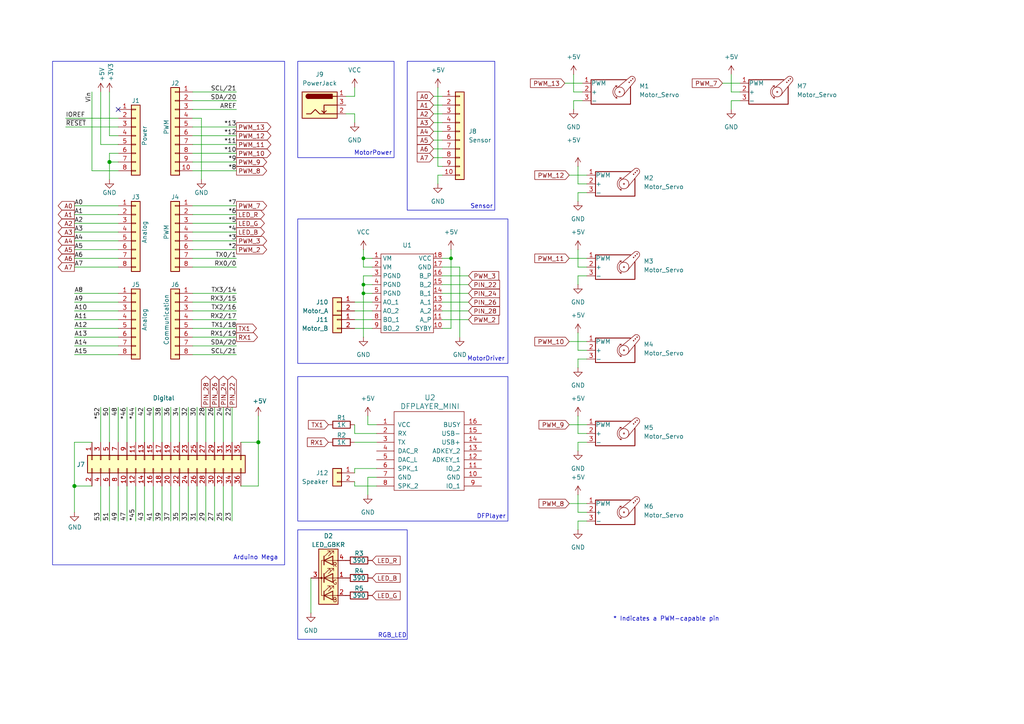
<source format=kicad_sch>
(kicad_sch (version 20231120) (generator "eeschema") (generator_version "8.0")
  (paper "A4")
  (title_block (date "mar. 31 mars 2015"))
  (lib_symbols
    (symbol "+5V_1" (power) (pin_numbers hide) (pin_names (offset 0) hide)
      (property "Value" "+5V" (at 0 3.556 0))
      (symbol "+5V_1_1_1"
        (pin power_in line (at 0 0 90) (length 0) (name "~") (number "1"))
      )
    )
    (symbol "+5V_2" (power) (pin_numbers hide) (pin_names (offset 0) hide)
      (property "Value" "+5V" (at 0 3.556 0))
      (symbol "+5V_2_1_1"
        (pin power_in line (at 0 0 90) (length 0) (name "~") (number "1"))
      )
    )
    (symbol "+5V_3" (power) (pin_numbers hide) (pin_names (offset 0) hide)
      (property "Value" "+5V" (at 0 3.556 0))
      (symbol "+5V_3_1_1"
        (pin power_in line (at 0 0 90) (length 0) (name "~") (number "1"))
      )
    )
    (symbol "+5V_4" (power) (pin_numbers hide) (pin_names (offset 0) hide)
      (property "Value" "+5V" (at 0 3.556 0))
      (symbol "+5V_4_1_1"
        (pin power_in line (at 0 0 90) (length 0) (name "~") (number "1"))
      )
    )
    (symbol "Connector:Barrel_Jack_Switch" (pin_names hide)
      (property "Reference" "J" (at 0 5.334 0))
      (property "Value" "Barrel_Jack_Switch" (at 0 -5.08 0))
      (symbol "Barrel_Jack_Switch_1_1"
        (pin passive line (at 7.62 2.54 180) (length 2.54) (name "~") (number "1"))
        (pin passive line (at 7.62 -2.54 180) (length 2.54) (name "~") (number "2"))
        (pin passive line (at 7.62 0 180) (length 2.54) (name "~") (number "3"))
      )
    )
    (symbol "Connector_Generic:Conn_01x02" (pin_names (offset 1.016) hide)
      (property "Reference" "J" (at 0 2.54 0))
      (property "Value" "Conn_01x02" (at 0 -5.08 0))
      (symbol "Conn_01x02_1_1"
        (pin passive line (at -5.08 0 0) (length 3.81) (name "Pin_1") (number "1"))
        (pin passive line (at -5.08 -2.54 0) (length 3.81) (name "Pin_2") (number "2"))
      )
    )
    (symbol "Connector_Generic:Conn_01x08" (pin_names (offset 1.016) hide)
      (property "Reference" "J" (at 0 10.16 0))
      (property "Value" "Conn_01x08" (at 0 -12.7 0))
      (symbol "Conn_01x08_1_1"
        (pin passive line (at -5.08 7.62 0) (length 3.81) (name "Pin_1") (number "1"))
        (pin passive line (at -5.08 5.08 0) (length 3.81) (name "Pin_2") (number "2"))
        (pin passive line (at -5.08 2.54 0) (length 3.81) (name "Pin_3") (number "3"))
        (pin passive line (at -5.08 0 0) (length 3.81) (name "Pin_4") (number "4"))
        (pin passive line (at -5.08 -2.54 0) (length 3.81) (name "Pin_5") (number "5"))
        (pin passive line (at -5.08 -5.08 0) (length 3.81) (name "Pin_6") (number "6"))
        (pin passive line (at -5.08 -7.62 0) (length 3.81) (name "Pin_7") (number "7"))
        (pin passive line (at -5.08 -10.16 0) (length 3.81) (name "Pin_8") (number "8"))
      )
    )
    (symbol "Connector_Generic:Conn_01x10" (pin_names (offset 1.016) hide)
      (property "Reference" "J" (at 0 12.7 0))
      (property "Value" "Conn_01x10" (at 0 -15.24 0))
      (symbol "Conn_01x10_1_1"
        (pin passive line (at -5.08 10.16 0) (length 3.81) (name "Pin_1") (number "1"))
        (pin passive line (at -5.08 -12.7 0) (length 3.81) (name "Pin_10") (number "10"))
        (pin passive line (at -5.08 7.62 0) (length 3.81) (name "Pin_2") (number "2"))
        (pin passive line (at -5.08 5.08 0) (length 3.81) (name "Pin_3") (number "3"))
        (pin passive line (at -5.08 2.54 0) (length 3.81) (name "Pin_4") (number "4"))
        (pin passive line (at -5.08 0 0) (length 3.81) (name "Pin_5") (number "5"))
        (pin passive line (at -5.08 -2.54 0) (length 3.81) (name "Pin_6") (number "6"))
        (pin passive line (at -5.08 -5.08 0) (length 3.81) (name "Pin_7") (number "7"))
        (pin passive line (at -5.08 -7.62 0) (length 3.81) (name "Pin_8") (number "8"))
        (pin passive line (at -5.08 -10.16 0) (length 3.81) (name "Pin_9") (number "9"))
      )
    )
    (symbol "Connector_Generic:Conn_02x18_Odd_Even" (pin_names (offset 1.016) hide)
      (property "Reference" "J" (at 1.27 22.86 0))
      (property "Value" "Conn_02x18_Odd_Even" (at 1.27 -25.4 0))
      (symbol "Conn_02x18_Odd_Even_1_1"
        (pin passive line (at -5.08 20.32 0) (length 3.81) (name "Pin_1") (number "1"))
        (pin passive line (at 7.62 10.16 180) (length 3.81) (name "Pin_10") (number "10"))
        (pin passive line (at -5.08 7.62 0) (length 3.81) (name "Pin_11") (number "11"))
        (pin passive line (at 7.62 7.62 180) (length 3.81) (name "Pin_12") (number "12"))
        (pin passive line (at -5.08 5.08 0) (length 3.81) (name "Pin_13") (number "13"))
        (pin passive line (at 7.62 5.08 180) (length 3.81) (name "Pin_14") (number "14"))
        (pin passive line (at -5.08 2.54 0) (length 3.81) (name "Pin_15") (number "15"))
        (pin passive line (at 7.62 2.54 180) (length 3.81) (name "Pin_16") (number "16"))
        (pin passive line (at -5.08 0 0) (length 3.81) (name "Pin_17") (number "17"))
        (pin passive line (at 7.62 0 180) (length 3.81) (name "Pin_18") (number "18"))
        (pin passive line (at -5.08 -2.54 0) (length 3.81) (name "Pin_19") (number "19"))
        (pin passive line (at 7.62 20.32 180) (length 3.81) (name "Pin_2") (number "2"))
        (pin passive line (at 7.62 -2.54 180) (length 3.81) (name "Pin_20") (number "20"))
        (pin passive line (at -5.08 -5.08 0) (length 3.81) (name "Pin_21") (number "21"))
        (pin passive line (at 7.62 -5.08 180) (length 3.81) (name "Pin_22") (number "22"))
        (pin passive line (at -5.08 -7.62 0) (length 3.81) (name "Pin_23") (number "23"))
        (pin passive line (at 7.62 -7.62 180) (length 3.81) (name "Pin_24") (number "24"))
        (pin passive line (at -5.08 -10.16 0) (length 3.81) (name "Pin_25") (number "25"))
        (pin passive line (at 7.62 -10.16 180) (length 3.81) (name "Pin_26") (number "26"))
        (pin passive line (at -5.08 -12.7 0) (length 3.81) (name "Pin_27") (number "27"))
        (pin passive line (at 7.62 -12.7 180) (length 3.81) (name "Pin_28") (number "28"))
        (pin passive line (at -5.08 -15.24 0) (length 3.81) (name "Pin_29") (number "29"))
        (pin passive line (at -5.08 17.78 0) (length 3.81) (name "Pin_3") (number "3"))
        (pin passive line (at 7.62 -15.24 180) (length 3.81) (name "Pin_30") (number "30"))
        (pin passive line (at -5.08 -17.78 0) (length 3.81) (name "Pin_31") (number "31"))
        (pin passive line (at 7.62 -17.78 180) (length 3.81) (name "Pin_32") (number "32"))
        (pin passive line (at -5.08 -20.32 0) (length 3.81) (name "Pin_33") (number "33"))
        (pin passive line (at 7.62 -20.32 180) (length 3.81) (name "Pin_34") (number "34"))
        (pin passive line (at -5.08 -22.86 0) (length 3.81) (name "Pin_35") (number "35"))
        (pin passive line (at 7.62 -22.86 180) (length 3.81) (name "Pin_36") (number "36"))
        (pin passive line (at 7.62 17.78 180) (length 3.81) (name "Pin_4") (number "4"))
        (pin passive line (at -5.08 15.24 0) (length 3.81) (name "Pin_5") (number "5"))
        (pin passive line (at 7.62 15.24 180) (length 3.81) (name "Pin_6") (number "6"))
        (pin passive line (at -5.08 12.7 0) (length 3.81) (name "Pin_7") (number "7"))
        (pin passive line (at 7.62 12.7 180) (length 3.81) (name "Pin_8") (number "8"))
        (pin passive line (at -5.08 10.16 0) (length 3.81) (name "Pin_9") (number "9"))
      )
    )
    (symbol "Device:LED_GBKR" (pin_names (offset 0) hide)
      (property "Reference" "D" (at 0 9.398 0))
      (property "Value" "LED_GBKR" (at 0 -8.89 0))
      (symbol "LED_GBKR_0_0"
        (text "B" (at 1.905 -6.35 0) (effects (font (size 1.27 1.27))))
        (text "G" (at 1.905 -1.27 0) (effects (font (size 1.27 1.27))))
        (text "R" (at 1.905 3.81 0) (effects (font (size 1.27 1.27))))
      )
      (symbol "LED_GBKR_1_1"
        (pin passive line (at 5.08 0 180) (length 2.54) (name "GA") (number "1"))
        (pin passive line (at 5.08 -5.08 180) (length 2.54) (name "BA") (number "2"))
        (pin passive line (at -5.08 0 0) (length 2.54) (name "K") (number "3"))
        (pin passive line (at 5.08 5.08 180) (length 2.54) (name "RA") (number "4"))
      )
    )
    (symbol "Device:R" (pin_numbers hide) (pin_names (offset 0))
      (property "Reference" "R" (at 2.032 0 90))
      (property "Value" "R" (at 0 0 90))
      (symbol "R_1_1"
        (pin passive line (at 0 3.81 270) (length 1.27) (name "~") (number "1"))
        (pin passive line (at 0 -3.81 90) (length 1.27) (name "~") (number "2"))
      )
    )
    (symbol "GND_1" (power) (pin_numbers hide) (pin_names (offset 0) hide)
      (property "Value" "GND" (at 0 -3.81 0))
      (symbol "GND_1_1_1"
        (pin power_in line (at 0 0 270) (length 0) (name "~") (number "1"))
      )
    )
    (symbol "GND_2" (power) (pin_numbers hide) (pin_names (offset 0) hide)
      (property "Value" "GND" (at 0 -3.81 0))
      (symbol "GND_2_1_1"
        (pin power_in line (at 0 0 270) (length 0) (name "~") (number "1"))
      )
    )
    (symbol "GND_3" (power) (pin_numbers hide) (pin_names (offset 0) hide)
      (property "Value" "GND" (at 0 -3.81 0))
      (symbol "GND_3_1_1"
        (pin power_in line (at 0 0 270) (length 0) (name "~") (number "1"))
      )
    )
    (symbol "GND_4" (power) (pin_numbers hide) (pin_names (offset 0) hide)
      (property "Value" "GND" (at 0 -3.81 0))
      (symbol "GND_4_1_1"
        (pin power_in line (at 0 0 270) (length 0) (name "~") (number "1"))
      )
    )
    (symbol "GND_5" (power) (pin_numbers hide) (pin_names (offset 0) hide)
      (property "Value" "GND" (at 0 -3.81 0))
      (symbol "GND_5_1_1"
        (pin power_in line (at 0 0 270) (length 0) (name "~") (number "1"))
      )
    )
    (symbol "GND_6" (power) (pin_numbers hide) (pin_names (offset 0) hide)
      (property "Value" "GND" (at 0 -3.81 0))
      (symbol "GND_6_1_1"
        (pin power_in line (at 0 0 270) (length 0) (name "~") (number "1"))
      )
    )
    (symbol "Motor:Motor_Servo" (pin_names (offset 0.0254))
      (property "Reference" "M" (at -5.08 4.445 0))
      (property "Value" "Motor_Servo" (at -5.08 -4.064 0))
      (symbol "Motor_Servo_1_1"
        (pin passive line (at -7.62 2.54 0) (length 2.54) (name "PWM") (number "1"))
        (pin passive line (at -7.62 0 0) (length 2.54) (name "+") (number "2"))
        (pin passive line (at -7.62 -2.54 0) (length 2.54) (name "-") (number "3"))
      )
    )
    (symbol "MotorDriver:TB6612"
      (property "Reference" "U" (at 0 0 0))
      (symbol "TB6612_1_1"
        (pin power_in line (at -10.16 8.89 0) (length 2.54) (name "VM") (number "1"))
        (pin input line (at 10.16 -11.43 180) (length 2.54) (name "SYBY") (number "10"))
        (pin input line (at 10.16 -8.89 180) (length 2.54) (name "A_P") (number "11"))
        (pin input line (at 10.16 -6.35 180) (length 2.54) (name "A_2") (number "12"))
        (pin input line (at 10.16 -3.81 180) (length 2.54) (name "A_1") (number "13"))
        (pin input line (at 10.16 -1.27 180) (length 2.54) (name "B_1") (number "14"))
        (pin input line (at 10.16 1.27 180) (length 2.54) (name "B_2") (number "15"))
        (pin input line (at 10.16 3.81 180) (length 2.54) (name "B_P") (number "16"))
        (pin passive line (at 10.16 6.35 180) (length 2.54) (name "GND") (number "17"))
        (pin power_in line (at 10.16 8.89 180) (length 2.54) (name "VCC") (number "18"))
        (pin power_in line (at -10.16 6.35 0) (length 2.54) (name "VM") (number "2"))
        (pin passive line (at -10.16 3.81 0) (length 2.54) (name "PGND") (number "3"))
        (pin passive line (at -10.16 1.27 0) (length 2.54) (name "PGND") (number "4"))
        (pin passive line (at -10.16 -1.27 0) (length 2.54) (name "PGND") (number "5"))
        (pin output line (at -10.16 -3.81 0) (length 2.54) (name "AO_1") (number "6"))
        (pin output line (at -10.16 -6.35 0) (length 2.54) (name "AO_2") (number "7"))
        (pin output line (at -10.16 -8.89 0) (length 2.54) (name "BO_1") (number "8"))
        (pin output line (at -10.16 -11.43 0) (length 2.54) (name "BO_2") (number "9"))
      )
    )
    (symbol "VCC_1" (power) (pin_numbers hide) (pin_names (offset 0) hide)
      (property "Value" "VCC" (at 0 3.556 0))
      (symbol "VCC_1_1_1"
        (pin power_in line (at 0 0 90) (length 0) (name "~") (number "1"))
      )
    )
    (symbol "power:+3V3" (power) (pin_names (offset 0))
      (property "Value" "+3V3" (at 0 3.556 0))
      (symbol "+3V3_1_1"
        (pin power_in line (at 0 0 90) (length 0) hide (name "+3V3") (number "1"))
      )
    )
    (symbol "power:+5V" (power) (pin_names (offset 0))
      (property "Value" "+5V" (at 0 3.556 0))
      (symbol "+5V_1_1"
        (pin power_in line (at 0 0 90) (length 0) hide (name "+5V") (number "1"))
      )
    )
    (symbol "power:GND" (power) (pin_names (offset 0))
      (property "Value" "GND" (at 0 -3.81 0))
      (symbol "GND_1_1"
        (pin power_in line (at 0 0 270) (length 0) hide (name "GND") (number "1"))
      )
    )
    (symbol "rur:DFPLAYER_MINI" (pin_names (offset 1.016))
      (property "Reference" "U" (at 0 -6.35 0))
      (property "Value" "DFPLAYER_MINI" (at 0 11.43 0))
      (property "Footprint" "自作:DFPlayer_mini" (at 0.254 -11.43 0))
      (symbol "DFPLAYER_MINI_1_1"
        (pin input line (at -15.24 8.89 0) (length 5.08) (name "VCC") (number "1"))
        (pin input line (at 15.24 -6.35 180) (length 5.08) (name "GND") (number "10"))
        (pin input line (at 15.24 -3.81 180) (length 5.08) (name "IO_2") (number "11"))
        (pin input line (at 15.24 -1.27 180) (length 5.08) (name "ADKEY_1") (number "12"))
        (pin input line (at 15.24 1.27 180) (length 5.08) (name "ADKEY_2") (number "13"))
        (pin input line (at 15.24 3.81 180) (length 5.08) (name "USB+") (number "14"))
        (pin input line (at 15.24 6.35 180) (length 5.08) (name "USB-") (number "15"))
        (pin input line (at 15.24 8.89 180) (length 5.08) (name "BUSY") (number "16"))
        (pin input line (at -15.24 6.35 0) (length 5.08) (name "RX") (number "2"))
        (pin input line (at -15.24 3.81 0) (length 5.08) (name "TX") (number "3"))
        (pin input line (at -15.24 1.27 0) (length 5.08) (name "DAC_R") (number "4"))
        (pin input line (at -15.24 -1.27 0) (length 5.08) (name "DAC_L") (number "5"))
        (pin input line (at -15.24 -3.81 0) (length 5.08) (name "SPK_1") (number "6"))
        (pin input line (at -15.24 -6.35 0) (length 5.08) (name "GND") (number "7"))
        (pin input line (at -15.24 -8.89 0) (length 5.08) (name "SPK_2") (number "8"))
        (pin input line (at 15.24 -8.89 180) (length 5.08) (name "IO_1") (number "9"))
      )
    )
  )
  (junction (at 21.59 140.97) (diameter 1.016))
  (junction (at 31.75 46.99) (diameter 1.016))
  (junction (at 105.41 85.09))
  (junction (at 105.41 82.55))
  (junction (at 130.81 74.93))
  (junction (at 105.41 74.93))
  (junction (at 74.93 128.27) (diameter 1.016))
  (no_connect (at 34.29 31.75))
  (wire (pts (xy 55.88 77.47) (xy 68.58 77.47)))
  (wire (pts (xy 105.41 74.93) (xy 107.95 74.93)))
  (wire (pts (xy 167.64 53.34) (xy 167.64 48.26)))
  (wire (pts (xy 21.59 77.47) (xy 34.29 77.47)))
  (wire (pts (xy 55.88 44.45) (xy 68.58 44.45)))
  (wire (pts (xy 44.45 118.11) (xy 44.45 128.27)))
  (wire (pts (xy 102.87 33.02) (xy 100.33 33.02)))
  (wire (pts (xy 102.87 128.27) (xy 109.22 128.27)))
  (wire (pts (xy 170.18 77.47) (xy 167.64 77.47)))
  (wire (pts (xy 128.27 74.93) (xy 130.81 74.93)))
  (wire (pts (xy 133.35 77.47) (xy 133.35 97.79)))
  (wire (pts (xy 55.88 26.67) (xy 68.58 26.67)))
  (wire (pts (xy 170.18 125.73) (xy 167.64 125.73)))
  (wire (pts (xy 46.99 118.11) (xy 46.99 128.27)))
  (wire (pts (xy 105.41 82.55) (xy 107.95 82.55)))
  (wire (pts (xy 102.87 123.19) (xy 102.87 125.73)))
  (wire (pts (xy 74.93 128.27) (xy 74.93 140.97)))
  (wire (pts (xy 26.67 128.27) (xy 21.59 128.27)))
  (wire (pts (xy 106.68 123.19) (xy 109.22 123.19)))
  (wire (pts (xy 167.64 151.13) (xy 170.18 151.13)))
  (wire (pts (xy 55.88 90.17) (xy 68.58 90.17)))
  (wire (pts (xy 31.75 44.45) (xy 31.75 46.99)))
  (wire (pts (xy 49.53 140.97) (xy 49.53 151.13)))
  (wire (pts (xy 21.59 72.39) (xy 34.29 72.39)))
  (wire (pts (xy 102.87 35.56) (xy 102.87 33.02)))
  (wire (pts (xy 54.61 118.11) (xy 54.61 128.27)))
  (wire (pts (xy 31.75 118.11) (xy 31.75 128.27)))
  (wire (pts (xy 67.31 118.11) (xy 67.31 128.27)))
  (wire (pts (xy 167.64 148.59) (xy 167.64 143.51)))
  (wire (pts (xy 125.73 35.56) (xy 128.27 35.56)))
  (wire (pts (xy 130.81 74.93) (xy 130.81 72.39)))
  (wire (pts (xy 31.75 46.99) (xy 31.75 52.07)))
  (wire (pts (xy 105.41 85.09) (xy 107.95 85.09)))
  (wire (pts (xy 105.41 80.01) (xy 105.41 82.55)))
  (wire (pts (xy 62.23 140.97) (xy 62.23 151.13)))
  (wire (pts (xy 31.75 39.37) (xy 34.29 39.37)))
  (wire (pts (xy 41.91 118.11) (xy 41.91 128.27)))
  (wire (pts (xy 102.87 137.16) (xy 102.87 135.89)))
  (wire (pts (xy 29.21 41.91) (xy 34.29 41.91)))
  (wire (pts (xy 127 25.4) (xy 127 48.26)))
  (wire (pts (xy 52.07 140.97) (xy 52.07 151.13)))
  (wire (pts (xy 29.21 26.67) (xy 29.21 41.91)))
  (wire (pts (xy 167.64 58.42) (xy 167.64 55.88)))
  (wire (pts (xy 21.59 102.87) (xy 34.29 102.87)))
  (wire (pts (xy 36.83 140.97) (xy 36.83 151.13)))
  (wire (pts (xy 59.69 140.97) (xy 59.69 151.13)))
  (wire (pts (xy 125.73 38.1) (xy 128.27 38.1)))
  (wire (pts (xy 125.73 27.94) (xy 128.27 27.94)))
  (wire (pts (xy 55.88 36.83) (xy 68.58 36.83)))
  (wire (pts (xy 31.75 26.67) (xy 31.75 39.37)))
  (wire (pts (xy 55.88 59.69) (xy 68.58 59.69)))
  (wire (pts (xy 167.64 55.88) (xy 170.18 55.88)))
  (wire (pts (xy 34.29 59.69) (xy 21.59 59.69)))
  (wire (pts (xy 55.88 39.37) (xy 68.58 39.37)))
  (wire (pts (xy 125.73 45.72) (xy 128.27 45.72)))
  (wire (pts (xy 34.29 100.33) (xy 21.59 100.33)))
  (wire (pts (xy 166.37 29.21) (xy 168.91 29.21)))
  (wire (pts (xy 125.73 30.48) (xy 128.27 30.48)))
  (wire (pts (xy 55.88 62.23) (xy 68.58 62.23)))
  (wire (pts (xy 55.88 97.79) (xy 68.58 97.79)))
  (wire (pts (xy 90.17 167.64) (xy 90.17 177.8)))
  (wire (pts (xy 106.68 120.65) (xy 106.68 123.19)))
  (wire (pts (xy 167.64 125.73) (xy 167.64 120.65)))
  (wire (pts (xy 52.07 118.11) (xy 52.07 128.27)))
  (wire (pts (xy 168.91 26.67) (xy 166.37 26.67)))
  (wire (pts (xy 21.59 128.27) (xy 21.59 140.97)))
  (wire (pts (xy 36.83 118.11) (xy 36.83 128.27)))
  (wire (pts (xy 26.67 140.97) (xy 21.59 140.97)))
  (wire (pts (xy 128.27 90.17) (xy 135.89 90.17)))
  (wire (pts (xy 55.88 46.99) (xy 68.58 46.99)))
  (wire (pts (xy 59.69 118.11) (xy 59.69 128.27)))
  (wire (pts (xy 57.15 118.11) (xy 57.15 128.27)))
  (wire (pts (xy 39.37 140.97) (xy 39.37 151.13)))
  (wire (pts (xy 57.15 140.97) (xy 57.15 151.13)))
  (wire (pts (xy 34.29 140.97) (xy 34.29 151.13)))
  (wire (pts (xy 64.77 118.11) (xy 64.77 128.27)))
  (wire (pts (xy 127 50.8) (xy 128.27 50.8)))
  (wire (pts (xy 214.63 26.67) (xy 212.09 26.67)))
  (wire (pts (xy 55.88 67.31) (xy 68.58 67.31)))
  (wire (pts (xy 44.45 140.97) (xy 44.45 151.13)))
  (wire (pts (xy 102.87 140.97) (xy 109.22 140.97)))
  (wire (pts (xy 125.73 43.18) (xy 128.27 43.18)))
  (wire (pts (xy 102.87 27.94) (xy 100.33 27.94)))
  (wire (pts (xy 212.09 29.21) (xy 214.63 29.21)))
  (wire (pts (xy 102.87 92.71) (xy 107.95 92.71)))
  (wire (pts (xy 39.37 118.11) (xy 39.37 128.27)))
  (wire (pts (xy 19.05 34.29) (xy 34.29 34.29)))
  (wire (pts (xy 212.09 31.75) (xy 212.09 29.21)))
  (wire (pts (xy 106.68 138.43) (xy 106.68 143.51)))
  (wire (pts (xy 105.41 82.55) (xy 105.41 85.09)))
  (wire (pts (xy 165.1 50.8) (xy 170.18 50.8)))
  (wire (pts (xy 55.88 87.63) (xy 68.58 87.63)))
  (wire (pts (xy 74.93 120.65) (xy 74.93 128.27)))
  (wire (pts (xy 128.27 80.01) (xy 135.89 80.01)))
  (wire (pts (xy 165.1 74.93) (xy 170.18 74.93)))
  (wire (pts (xy 128.27 92.71) (xy 135.89 92.71)))
  (wire (pts (xy 58.42 34.29) (xy 58.42 52.07)))
  (wire (pts (xy 55.88 102.87) (xy 68.58 102.87)))
  (wire (pts (xy 127 48.26) (xy 128.27 48.26)))
  (wire (pts (xy 55.88 31.75) (xy 68.58 31.75)))
  (wire (pts (xy 167.64 82.55) (xy 167.64 80.01)))
  (wire (pts (xy 69.85 128.27) (xy 74.93 128.27)))
  (wire (pts (xy 167.64 130.81) (xy 167.64 128.27)))
  (wire (pts (xy 102.87 95.25) (xy 107.95 95.25)))
  (wire (pts (xy 55.88 95.25) (xy 68.58 95.25)))
  (wire (pts (xy 21.59 92.71) (xy 34.29 92.71)))
  (wire (pts (xy 34.29 64.77) (xy 21.59 64.77)))
  (wire (pts (xy 19.05 36.83) (xy 34.29 36.83)))
  (wire (pts (xy 166.37 26.67) (xy 166.37 21.59)))
  (wire (pts (xy 55.88 85.09) (xy 68.58 85.09)))
  (wire (pts (xy 34.29 46.99) (xy 31.75 46.99)))
  (wire (pts (xy 125.73 40.64) (xy 128.27 40.64)))
  (wire (pts (xy 167.64 106.68) (xy 167.64 104.14)))
  (wire (pts (xy 105.41 74.93) (xy 105.41 72.39)))
  (wire (pts (xy 167.64 104.14) (xy 170.18 104.14)))
  (wire (pts (xy 102.87 90.17) (xy 107.95 90.17)))
  (wire (pts (xy 170.18 101.6) (xy 167.64 101.6)))
  (wire (pts (xy 34.29 49.53) (xy 26.67 49.53)))
  (wire (pts (xy 105.41 85.09) (xy 105.41 97.79)))
  (wire (pts (xy 29.21 118.11) (xy 29.21 128.27)))
  (wire (pts (xy 21.59 62.23) (xy 34.29 62.23)))
  (wire (pts (xy 31.75 140.97) (xy 31.75 151.13)))
  (wire (pts (xy 170.18 148.59) (xy 167.64 148.59)))
  (wire (pts (xy 209.55 24.13) (xy 214.63 24.13)))
  (wire (pts (xy 128.27 87.63) (xy 135.89 87.63)))
  (wire (pts (xy 166.37 31.75) (xy 166.37 29.21)))
  (wire (pts (xy 167.64 128.27) (xy 170.18 128.27)))
  (wire (pts (xy 54.61 140.97) (xy 54.61 151.13)))
  (wire (pts (xy 34.29 90.17) (xy 21.59 90.17)))
  (wire (pts (xy 130.81 95.25) (xy 130.81 74.93)))
  (wire (pts (xy 107.95 80.01) (xy 105.41 80.01)))
  (wire (pts (xy 170.18 53.34) (xy 167.64 53.34)))
  (wire (pts (xy 29.21 140.97) (xy 29.21 151.13)))
  (wire (pts (xy 212.09 26.67) (xy 212.09 21.59)))
  (wire (pts (xy 102.87 135.89) (xy 109.22 135.89)))
  (wire (pts (xy 55.88 92.71) (xy 68.58 92.71)))
  (wire (pts (xy 102.87 139.7) (xy 102.87 140.97)))
  (wire (pts (xy 167.64 101.6) (xy 167.64 96.52)))
  (wire (pts (xy 55.88 34.29) (xy 58.42 34.29)))
  (wire (pts (xy 46.99 140.97) (xy 46.99 151.13)))
  (wire (pts (xy 128.27 82.55) (xy 135.89 82.55)))
  (wire (pts (xy 125.73 33.02) (xy 128.27 33.02)))
  (wire (pts (xy 34.29 44.45) (xy 31.75 44.45)))
  (wire (pts (xy 102.87 125.73) (xy 109.22 125.73)))
  (wire (pts (xy 21.59 97.79) (xy 34.29 97.79)))
  (wire (pts (xy 62.23 118.11) (xy 62.23 128.27)))
  (wire (pts (xy 55.88 41.91) (xy 68.58 41.91)))
  (wire (pts (xy 49.53 118.11) (xy 49.53 128.27)))
  (wire (pts (xy 21.59 87.63) (xy 34.29 87.63)))
  (wire (pts (xy 55.88 64.77) (xy 68.58 64.77)))
  (wire (pts (xy 105.41 77.47) (xy 105.41 74.93)))
  (wire (pts (xy 21.59 67.31) (xy 34.29 67.31)))
  (wire (pts (xy 107.95 77.47) (xy 105.41 77.47)))
  (wire (pts (xy 34.29 118.11) (xy 34.29 128.27)))
  (wire (pts (xy 165.1 146.05) (xy 170.18 146.05)))
  (wire (pts (xy 167.64 153.67) (xy 167.64 151.13)))
  (wire (pts (xy 55.88 100.33) (xy 68.58 100.33)))
  (wire (pts (xy 128.27 85.09) (xy 135.89 85.09)))
  (wire (pts (xy 102.87 25.4) (xy 102.87 27.94)))
  (wire (pts (xy 74.93 140.97) (xy 69.85 140.97)))
  (wire (pts (xy 34.29 85.09) (xy 21.59 85.09)))
  (wire (pts (xy 163.83 24.13) (xy 168.91 24.13)))
  (wire (pts (xy 67.31 140.97) (xy 67.31 151.13)))
  (wire (pts (xy 55.88 29.21) (xy 68.58 29.21)))
  (wire (pts (xy 109.22 138.43) (xy 106.68 138.43)))
  (wire (pts (xy 64.77 140.97) (xy 64.77 151.13)))
  (wire (pts (xy 55.88 72.39) (xy 68.58 72.39)))
  (wire (pts (xy 102.87 87.63) (xy 107.95 87.63)))
  (wire (pts (xy 55.88 69.85) (xy 68.58 69.85)))
  (wire (pts (xy 128.27 77.47) (xy 133.35 77.47)))
  (wire (pts (xy 165.1 123.19) (xy 170.18 123.19)))
  (wire (pts (xy 41.91 140.97) (xy 41.91 151.13)))
  (wire (pts (xy 167.64 77.47) (xy 167.64 72.39)))
  (wire (pts (xy 167.64 80.01) (xy 170.18 80.01)))
  (wire (pts (xy 128.27 95.25) (xy 130.81 95.25)))
  (wire (pts (xy 55.88 74.93) (xy 68.58 74.93)))
  (wire (pts (xy 34.29 95.25) (xy 21.59 95.25)))
  (wire (pts (xy 26.67 49.53) (xy 26.67 26.67)))
  (wire (pts (xy 21.59 140.97) (xy 21.59 148.59)))
  (wire (pts (xy 34.29 74.93) (xy 21.59 74.93)))
  (wire (pts (xy 34.29 69.85) (xy 21.59 69.85)))
  (wire (pts (xy 127 53.34) (xy 127 50.8)))
  (wire (pts (xy 165.1 99.06) (xy 170.18 99.06)))
  (wire (pts (xy 55.88 49.53) (xy 68.58 49.53)))
  (rectangle (start 86.36 17.78) (end 114.3 45.72))
  (rectangle (start 86.36 63.5) (end 147.32 105.41))
  (rectangle (start 86.36 109.22) (end 147.32 151.13))
  (rectangle (start 86.36 153.67) (end 118.11 185.42))
  (rectangle (start 118.11 17.78) (end 143.51 60.96))
  (rectangle (start 15.24 17.78) (end 82.55 163.83))
  (text "MotorDriver" (at 140.97 104.14 0) (effects (font (size 1.27 1.27))))
  (text "Sensor" (at 139.7 59.944 0) (effects (font (size 1.27 1.27))))
  (text "Arduino Mega\n" (at 74.168 161.798 0) (effects (font (size 1.27 1.27))))
  (text "RGB_LED\n" (at 113.792 184.404 0) (effects (font (size 1.27 1.27))))
  (text "* Indicates a PWM-capable pin" (at 177.8 180.34 0) (effects (font (size 1.27 1.27)) (justify left bottom)))
  (text "DFPlayer" (at 142.494 149.86 0) (effects (font (size 1.27 1.27))))
  (text "MotorPower\n" (at 108.204 44.45 0) (effects (font (size 1.27 1.27))))
  (label "A10" (at 21.59 90.17 0))
  (label "RX0{slash}0" (at 68.58 77.47 180))
  (label "A15" (at 21.59 102.87 0))
  (label "A2" (at 21.59 64.77 0))
  (label "RX2{slash}17" (at 68.58 92.71 180))
  (label "*4" (at 68.58 67.31 180))
  (label "SDA{slash}20" (at 68.58 100.33 180))
  (label "26" (at 62.23 118.11 270))
  (label "31" (at 57.15 151.13 90))
  (label "22" (at 67.31 118.11 270))
  (label "33" (at 54.61 151.13 90))
  (label "36" (at 49.53 118.11 270))
  (label "*2" (at 68.58 72.39 180))
  (label "TX1{slash}18" (at 68.58 95.25 180))
  (label "*44" (at 39.37 118.11 270))
  (label "A3" (at 21.59 67.31 0))
  (label "*13" (at 68.58 36.83 180))
  (label "*52" (at 29.21 118.11 270))
  (label "*12" (at 68.58 39.37 180))
  (label "40" (at 44.45 118.11 270))
  (label "~{RESET}" (at 19.05 36.83 0))
  (label "35" (at 52.07 151.13 90))
  (label "*10" (at 68.58 44.45 180))
  (label "28" (at 59.69 118.11 270))
  (label "23" (at 67.31 151.13 90))
  (label "29" (at 59.69 151.13 90))
  (label "A13" (at 21.59 97.79 0))
  (label "41" (at 44.45 151.13 90))
  (label "30" (at 57.15 118.11 270))
  (label "47" (at 36.83 151.13 90))
  (label "34" (at 52.07 118.11 270))
  (label "*45" (at 39.37 151.13 90))
  (label "38" (at 46.99 118.11 270))
  (label "51" (at 31.75 151.13 90))
  (label "*7" (at 68.58 59.69 180))
  (label "SDA{slash}20" (at 68.58 29.21 180))
  (label "*8" (at 68.58 49.53 180))
  (label "A9" (at 21.59 87.63 0))
  (label "*11" (at 68.58 41.91 180))
  (label "*3" (at 68.58 69.85 180))
  (label "A6" (at 21.59 74.93 0))
  (label "42" (at 41.91 118.11 270))
  (label "A1" (at 21.59 62.23 0))
  (label "53" (at 29.21 151.13 90))
  (label "TX0{slash}1" (at 68.58 74.93 180))
  (label "24" (at 64.77 118.11 270))
  (label "RX1{slash}19" (at 68.58 97.79 180))
  (label "A0" (at 21.59 59.69 0))
  (label "AREF" (at 68.58 31.75 180))
  (label "A14" (at 21.59 100.33 0))
  (label "39" (at 46.99 151.13 90))
  (label "A8" (at 21.59 85.09 0))
  (label "Vin" (at 26.67 26.67 270))
  (label "27" (at 62.23 151.13 90))
  (label "37" (at 49.53 151.13 90))
  (label "25" (at 64.77 151.13 90))
  (label "*6" (at 68.58 62.23 180))
  (label "*46" (at 36.83 118.11 270))
  (label "SCL{slash}21" (at 68.58 26.67 180))
  (label "*9" (at 68.58 46.99 180))
  (label "50" (at 31.75 118.11 270))
  (label "TX2{slash}16" (at 68.58 90.17 180))
  (label "*5" (at 68.58 64.77 180))
  (label "IOREF" (at 19.05 34.29 0))
  (label "A7" (at 21.59 77.47 0))
  (label "A11" (at 21.59 92.71 0))
  (label "A4" (at 21.59 69.85 0))
  (label "49" (at 34.29 151.13 90))
  (label "A5" (at 21.59 72.39 0))
  (label "RX3{slash}15" (at 68.58 87.63 180))
  (label "TX3{slash}14" (at 68.58 85.09 180))
  (label "32" (at 54.61 118.11 270))
  (label "43" (at 41.91 151.13 90))
  (label "A12" (at 21.59 95.25 0))
  (label "SCL{slash}21" (at 68.58 102.87 180))
  (label "48" (at 34.29 118.11 270))
  (global_label "PWM_10" (shape input) (at 165.1 99.06 180) (property "Intersheetrefs" "${INTERSHEET_REFS}" (effects (hide yes))))
  (global_label "A1" (shape input) (at 125.73 30.48 180) (property "Intersheetrefs" "${INTERSHEET_REFS}" (effects (hide yes))))
  (global_label "PWM_7" (shape input) (at 209.55 24.13 180) (property "Intersheetrefs" "${INTERSHEET_REFS}" (effects (hide yes))))
  (global_label "PIN_22" (shape input) (at 135.89 82.55 0) (property "Intersheetrefs" "${INTERSHEET_REFS}" (effects (hide yes))))
  (global_label "PWM_8" (shape input) (at 165.1 146.05 180) (property "Intersheetrefs" "${INTERSHEET_REFS}" (effects (hide yes))))
  (global_label "PIN_26" (shape output) (at 62.23 118.11 90) (property "Intersheetrefs" "${INTERSHEET_REFS}" (effects (hide yes))))
  (global_label "PWM_2" (shape output) (at 68.58 72.39 0) (property "Intersheetrefs" "${INTERSHEET_REFS}" (effects (hide yes))))
  (global_label "PWM_9" (shape output) (at 68.58 46.99 0) (property "Intersheetrefs" "${INTERSHEET_REFS}" (effects (hide yes))))
  (global_label "PWM_7" (shape output) (at 68.58 59.69 0) (property "Intersheetrefs" "${INTERSHEET_REFS}" (effects (hide yes))))
  (global_label "PWM_11" (shape output) (at 68.58 41.91 0) (property "Intersheetrefs" "${INTERSHEET_REFS}" (effects (hide yes))))
  (global_label "PIN_28" (shape output) (at 59.69 118.11 90) (property "Intersheetrefs" "${INTERSHEET_REFS}" (effects (hide yes))))
  (global_label "PIN_24" (shape input) (at 135.89 85.09 0) (property "Intersheetrefs" "${INTERSHEET_REFS}" (effects (hide yes))))
  (global_label "RX1" (shape input) (at 95.25 128.27 180) (property "Intersheetrefs" "${INTERSHEET_REFS}" (effects (hide yes))))
  (global_label "PWM_9" (shape input) (at 165.1 123.19 180) (property "Intersheetrefs" "${INTERSHEET_REFS}" (effects (hide yes))))
  (global_label "A3" (shape input) (at 125.73 35.56 180) (property "Intersheetrefs" "${INTERSHEET_REFS}" (effects (hide yes))))
  (global_label "PWM_12" (shape output) (at 68.58 39.37 0) (property "Intersheetrefs" "${INTERSHEET_REFS}" (effects (hide yes))))
  (global_label "PWM_10" (shape output) (at 68.58 44.45 0) (property "Intersheetrefs" "${INTERSHEET_REFS}" (effects (hide yes))))
  (global_label "LED_R" (shape input) (at 107.95 162.56 0) (property "Intersheetrefs" "${INTERSHEET_REFS}" (effects (hide yes))))
  (global_label "A6" (shape input) (at 125.73 43.18 180) (property "Intersheetrefs" "${INTERSHEET_REFS}" (effects (hide yes))))
  (global_label "LED_B" (shape output) (at 68.58 67.31 0) (property "Intersheetrefs" "${INTERSHEET_REFS}" (effects (hide yes))))
  (global_label "PWM_13" (shape output) (at 68.58 36.83 0) (property "Intersheetrefs" "${INTERSHEET_REFS}" (effects (hide yes))))
  (global_label "A2" (shape output) (at 21.59 64.77 180) (property "Intersheetrefs" "${INTERSHEET_REFS}" (effects (hide yes))))
  (global_label "A5" (shape input) (at 125.73 40.64 180) (property "Intersheetrefs" "${INTERSHEET_REFS}" (effects (hide yes))))
  (global_label "PIN_22" (shape output) (at 67.31 118.11 90) (property "Intersheetrefs" "${INTERSHEET_REFS}" (effects (hide yes))))
  (global_label "PWM_8" (shape output) (at 68.58 49.53 0) (property "Intersheetrefs" "${INTERSHEET_REFS}" (effects (hide yes))))
  (global_label "PIN_26" (shape input) (at 135.89 87.63 0) (property "Intersheetrefs" "${INTERSHEET_REFS}" (effects (hide yes))))
  (global_label "LED_B" (shape input) (at 107.95 167.64 0) (property "Intersheetrefs" "${INTERSHEET_REFS}" (effects (hide yes))))
  (global_label "A4" (shape output) (at 21.59 69.85 180) (property "Intersheetrefs" "${INTERSHEET_REFS}" (effects (hide yes))))
  (global_label "A5" (shape output) (at 21.59 72.39 180) (property "Intersheetrefs" "${INTERSHEET_REFS}" (effects (hide yes))))
  (global_label "A2" (shape input) (at 125.73 33.02 180) (property "Intersheetrefs" "${INTERSHEET_REFS}" (effects (hide yes))))
  (global_label "PWM_3" (shape input) (at 135.89 80.01 0) (property "Intersheetrefs" "${INTERSHEET_REFS}" (effects (hide yes))))
  (global_label "A1" (shape output) (at 21.59 62.23 180) (property "Intersheetrefs" "${INTERSHEET_REFS}" (effects (hide yes))))
  (global_label "PWM_11" (shape input) (at 165.1 74.93 180) (property "Intersheetrefs" "${INTERSHEET_REFS}" (effects (hide yes))))
  (global_label "PWM_3" (shape output) (at 68.58 69.85 0) (property "Intersheetrefs" "${INTERSHEET_REFS}" (effects (hide yes))))
  (global_label "A7" (shape input) (at 125.73 45.72 180) (property "Intersheetrefs" "${INTERSHEET_REFS}" (effects (hide yes))))
  (global_label "PIN_28" (shape input) (at 135.89 90.17 0) (property "Intersheetrefs" "${INTERSHEET_REFS}" (effects (hide yes))))
  (global_label "PWM_12" (shape input) (at 165.1 50.8 180) (property "Intersheetrefs" "${INTERSHEET_REFS}" (effects (hide yes))))
  (global_label "LED_R" (shape output) (at 68.58 62.23 0) (property "Intersheetrefs" "${INTERSHEET_REFS}" (effects (hide yes))))
  (global_label "LED_G" (shape input) (at 107.95 172.72 0) (property "Intersheetrefs" "${INTERSHEET_REFS}" (effects (hide yes))))
  (global_label "A0" (shape input) (at 125.73 27.94 180) (property "Intersheetrefs" "${INTERSHEET_REFS}" (effects (hide yes))))
  (global_label "LED_G" (shape output) (at 68.58 64.77 0) (property "Intersheetrefs" "${INTERSHEET_REFS}" (effects (hide yes))))
  (global_label "A7" (shape output) (at 21.59 77.47 180) (property "Intersheetrefs" "${INTERSHEET_REFS}" (effects (hide yes))))
  (global_label "A3" (shape output) (at 21.59 67.31 180) (property "Intersheetrefs" "${INTERSHEET_REFS}" (effects (hide yes))))
  (global_label "PWM_2" (shape input) (at 135.89 92.71 0) (property "Intersheetrefs" "${INTERSHEET_REFS}" (effects (hide yes))))
  (global_label "PWM_13" (shape input) (at 163.83 24.13 180) (property "Intersheetrefs" "${INTERSHEET_REFS}" (effects (hide yes))))
  (global_label "RX1" (shape output) (at 68.58 97.79 0) (property "Intersheetrefs" "${INTERSHEET_REFS}" (effects (hide yes))))
  (global_label "A0" (shape output) (at 21.59 59.69 180) (property "Intersheetrefs" "${INTERSHEET_REFS}" (effects (hide yes))))
  (global_label "PIN_24" (shape output) (at 64.77 118.11 90) (property "Intersheetrefs" "${INTERSHEET_REFS}" (effects (hide yes))))
  (global_label "TX1" (shape output) (at 68.58 95.25 0) (property "Intersheetrefs" "${INTERSHEET_REFS}" (effects (hide yes))))
  (global_label "A6" (shape output) (at 21.59 74.93 180) (property "Intersheetrefs" "${INTERSHEET_REFS}" (effects (hide yes))))
  (global_label "A4" (shape input) (at 125.73 38.1 180) (property "Intersheetrefs" "${INTERSHEET_REFS}" (effects (hide yes))))
  (global_label "TX1" (shape input) (at 95.25 123.19 180) (property "Intersheetrefs" "${INTERSHEET_REFS}" (effects (hide yes))))
  (symbol (lib_id "Connector_Generic:Conn_01x08") (at 39.37 39.37 0) (unit 1)
    (property "Reference" "J1" (at 39.37 29.21 0))
    (property "Value" "Power" (at 41.91 39.37 90))
    (property "Footprint" "Connector_PinSocket_2.54mm:PinSocket_1x08_P2.54mm_Vertical" (effects (hide yes)))
  )
  (symbol (lib_id "power:+3V3") (at 31.75 26.67 0) (unit 1)
    (property "Reference" "#PWR03" (effects (hide yes)))
    (property "Value" "+3V3" (at 32.131 23.622 90) (effects (justify left)))
  )
  (symbol (lib_id "power:+5V") (at 29.21 26.67 0) (unit 1)
    (property "Reference" "#PWR02" (effects (hide yes)))
    (property "Value" "+5V" (at 29.5656 23.622 90) (effects (justify left)))
  )
  (symbol (lib_id "power:GND") (at 31.75 52.07 0) (unit 1)
    (property "Reference" "#PWR04" (effects (hide yes)))
    (property "Value" "GND" (at 31.75 55.88 0))
  )
  (symbol (lib_id "Connector_Generic:Conn_01x10") (at 50.8 36.83 0) (mirror y) (unit 1)
    (property "Reference" "J2" (at 50.8 24.13 0))
    (property "Value" "PWM" (at 48.26 36.83 90))
    (property "Footprint" "Connector_PinSocket_2.54mm:PinSocket_1x10_P2.54mm_Vertical" (effects (hide yes)))
  )
  (symbol (lib_id "power:GND") (at 58.42 52.07 0) (unit 1)
    (property "Reference" "#PWR05" (effects (hide yes)))
    (property "Value" "GND" (at 58.42 55.88 0))
  )
  (symbol (lib_id "Connector_Generic:Conn_01x08") (at 39.37 67.31 0) (unit 1)
    (property "Reference" "J3" (at 39.37 57.15 0))
    (property "Value" "Analog" (at 41.91 67.31 90))
    (property "Footprint" "Connector_PinSocket_2.54mm:PinSocket_1x08_P2.54mm_Vertical" (effects (hide yes)))
  )
  (symbol (lib_id "Connector_Generic:Conn_01x08") (at 50.8 67.31 0) (mirror y) (unit 1)
    (property "Reference" "J4" (at 50.8 57.15 0))
    (property "Value" "PWM" (at 48.26 67.31 90))
    (property "Footprint" "Connector_PinSocket_2.54mm:PinSocket_1x08_P2.54mm_Vertical" (effects (hide yes)))
  )
  (symbol (lib_id "Connector_Generic:Conn_01x08") (at 39.37 92.71 0) (unit 1)
    (property "Reference" "J5" (at 39.37 82.55 0))
    (property "Value" "Analog" (at 41.91 92.71 90))
    (property "Footprint" "Connector_PinSocket_2.54mm:PinSocket_1x08_P2.54mm_Vertical" (effects (hide yes)))
  )
  (symbol (lib_id "Connector_Generic:Conn_01x08") (at 50.8 92.71 0) (mirror y) (unit 1)
    (property "Reference" "J6" (at 50.8 82.55 0))
    (property "Value" "Communication" (at 48.26 92.71 90))
    (property "Footprint" "Connector_PinSocket_2.54mm:PinSocket_1x08_P2.54mm_Vertical" (effects (hide yes)))
  )
  (symbol (lib_id "Connector_Generic:Conn_02x18_Odd_Even") (at 46.99 133.35 90) (mirror x) (unit 1)
    (property "Reference" "J7" (at 24.6379 134.7406 90) (effects (justify left)))
    (property "Value" "Digital" (at 47.498 115.443 90))
    (property "Footprint" "Connector_PinSocket_2.54mm:PinSocket_2x18_P2.54mm_Vertical" (effects (hide yes)))
  )
  (symbol (lib_id "power:GND") (at 21.59 148.59 0) (unit 1)
    (property "Reference" "#PWR07" (effects (hide yes)))
    (property "Value" "GND" (at 21.7043 152.9144 0))
  )
  (symbol (lib_id "power:+5V") (at 74.93 120.65 0) (unit 1)
    (property "Reference" "#PWR06" (effects (hide yes)))
    (property "Value" "+5V" (at 75.2983 116.3256 0))
  )
  (symbol (lib_id "Connector_Generic:Conn_01x10") (at 133.35 38.1 0) (unit 1)
    (property "Reference" "J8" (at 135.89 38.0999 0) (effects (justify left)))
    (property "Value" "Sensor" (at 135.89 40.6399 0) (effects (justify left)))
    (property "Footprint" "Connector_PinSocket_2.54mm:PinSocket_1x10_P2.54mm_Vertical" (effects (hide yes)))
    (property "Description" "Generic connector, single row, 01x10, script generated (kicad-library-utils/schlib/autogen/connector/)" (effects (hide yes)))
  )
  (symbol (lib_id "Motor:Motor_Servo") (at 177.8 77.47 0) (unit 1)
    (property "Reference" "M3" (at 186.69 75.7665 0) (effects (justify left)))
    (property "Value" "Motor_Servo" (at 186.69 78.3065 0) (effects (justify left)))
    (property "Footprint" "Connector_PinHeader_2.54mm:PinHeader_1x03_P2.54mm_Vertical" (effects (hide yes)))
    (property "Datasheet" "http://forums.parallax.com/uploads/attachments/46831/74481.png" (effects (hide yes)))
    (property "Description" "Servo Motor (Futaba, HiTec, JR connector)" (effects (hide yes)))
  )
  (symbol (lib_name "+5V_4") (lib_id "power:+5V") (at 212.09 21.59 0) (unit 1)
    (property "Reference" "#PWR031" (effects (hide yes)))
    (property "Value" "+5V" (at 212.09 16.51 0))
    (property "Description" "Power symbol creates a global label with name \"+5V\"" (effects (hide yes)))
  )
  (symbol (lib_id "Device:R") (at 104.14 172.72 270) (mirror x) (unit 1)
    (property "Reference" "R5" (at 104.14 170.688 90))
    (property "Value" "390" (at 104.14 172.72 90))
    (property "Footprint" "Resistor_THT:R_Axial_DIN0207_L6.3mm_D2.5mm_P7.62mm_Horizontal" (effects (hide yes)))
    (property "Description" "Resistor" (effects (hide yes)))
  )
  (symbol (lib_id "Connector_Generic:Conn_01x02") (at 97.79 137.16 0) (mirror y) (unit 1)
    (property "Reference" "J12" (at 95.25 137.1599 0) (effects (justify left)))
    (property "Value" "Speaker" (at 95.25 139.6999 0) (effects (justify left)))
    (property "Footprint" "Connector_PinSocket_2.54mm:PinSocket_1x02_P2.54mm_Vertical" (effects (hide yes)))
    (property "Description" "Generic connector, single row, 01x02, script generated (kicad-library-utils/schlib/autogen/connector/)" (effects (hide yes)))
  )
  (symbol (lib_id "Motor:Motor_Servo") (at 177.8 53.34 0) (unit 1)
    (property "Reference" "M2" (at 186.69 51.6365 0) (effects (justify left)))
    (property "Value" "Motor_Servo" (at 186.69 54.1765 0) (effects (justify left)))
    (property "Footprint" "Connector_PinHeader_2.54mm:PinHeader_1x03_P2.54mm_Vertical" (effects (hide yes)))
    (property "Datasheet" "http://forums.parallax.com/uploads/attachments/46831/74481.png" (effects (hide yes)))
    (property "Description" "Servo Motor (Futaba, HiTec, JR connector)" (effects (hide yes)))
  )
  (symbol (lib_id "Device:R") (at 104.14 162.56 270) (mirror x) (unit 1)
    (property "Reference" "R3" (at 104.14 160.528 90))
    (property "Value" "390" (at 104.14 162.56 90))
    (property "Footprint" "Resistor_THT:R_Axial_DIN0207_L6.3mm_D2.5mm_P7.62mm_Horizontal" (effects (hide yes)))
    (property "Description" "Resistor" (effects (hide yes)))
  )
  (symbol (lib_id "Connector_Generic:Conn_01x02") (at 97.79 87.63 0) (mirror y) (unit 1)
    (property "Reference" "J10" (at 95.25 87.6299 0) (effects (justify left)))
    (property "Value" "Motor_A" (at 95.25 90.1699 0) (effects (justify left)))
    (property "Footprint" "Connector_PinSocket_2.54mm:PinSocket_1x02_P2.54mm_Vertical" (effects (hide yes)))
    (property "Description" "Generic connector, single row, 01x02, script generated (kicad-library-utils/schlib/autogen/connector/)" (effects (hide yes)))
  )
  (symbol (lib_id "Motor:Motor_Servo") (at 177.8 125.73 0) (unit 1)
    (property "Reference" "M5" (at 186.69 124.0265 0) (effects (justify left)))
    (property "Value" "Motor_Servo" (at 186.69 126.5665 0) (effects (justify left)))
    (property "Footprint" "Connector_PinHeader_2.54mm:PinHeader_1x03_P2.54mm_Vertical" (effects (hide yes)))
    (property "Datasheet" "http://forums.parallax.com/uploads/attachments/46831/74481.png" (effects (hide yes)))
    (property "Description" "Servo Motor (Futaba, HiTec, JR connector)" (effects (hide yes)))
  )
  (symbol (lib_name "GND_5") (lib_id "power:GND") (at 90.17 177.8 0) (unit 1)
    (property "Reference" "#PWR018" (effects (hide yes)))
    (property "Value" "GND" (at 90.17 182.88 0))
    (property "Description" "Power symbol creates a global label with name \"GND\" , ground" (effects (hide yes)))
  )
  (symbol (lib_name "+5V_3") (lib_id "power:+5V") (at 106.68 120.65 0) (unit 1)
    (property "Reference" "#PWR017" (effects (hide yes)))
    (property "Value" "+5V" (at 106.68 115.57 0))
    (property "Description" "Power symbol creates a global label with name \"+5V\"" (effects (hide yes)))
  )
  (symbol (lib_id "Device:R") (at 99.06 123.19 90) (unit 1)
    (property "Reference" "R1" (at 99.06 121.158 90))
    (property "Value" "1K" (at 99.06 123.19 90))
    (property "Footprint" "Resistor_THT:R_Axial_DIN0207_L6.3mm_D2.5mm_P7.62mm_Horizontal" (effects (hide yes)))
    (property "Description" "Resistor" (effects (hide yes)))
  )
  (symbol (lib_name "+5V_4") (lib_id "power:+5V") (at 167.64 96.52 0) (unit 1)
    (property "Reference" "#PWR025" (effects (hide yes)))
    (property "Value" "+5V" (at 167.64 91.44 0))
    (property "Description" "Power symbol creates a global label with name \"+5V\"" (effects (hide yes)))
  )
  (symbol (lib_name "GND_3") (lib_id "power:GND") (at 102.87 35.56 0) (unit 1)
    (property "Reference" "#PWR013" (effects (hide yes)))
    (property "Value" "GND" (at 102.87 40.64 0))
    (property "Description" "Power symbol creates a global label with name \"GND\" , ground" (effects (hide yes)))
  )
  (symbol (lib_id "MotorDriver:TB6612") (at 118.11 83.82 0) (unit 1)
    (property "Reference" "U1" (at 118.11 71.12 0))
    (property "Footprint" "MotorDriver:TB6612" (effects (hide yes)))
  )
  (symbol (lib_name "GND_6") (lib_id "power:GND") (at 166.37 31.75 0) (unit 1)
    (property "Reference" "#PWR020" (effects (hide yes)))
    (property "Value" "GND" (at 166.37 36.83 0))
    (property "Description" "Power symbol creates a global label with name \"GND\" , ground" (effects (hide yes)))
  )
  (symbol (lib_id "rur:DFPLAYER_MINI") (at 124.46 132.08 0) (unit 1)
    (property "Reference" "U2" (at 124.714 115.316 0) (effects (font (size 1.524 1.524))))
    (property "Value" "DFPLAYER_MINI" (at 124.714 117.856 0) (effects (font (size 1.524 1.524))))
    (property "Footprint" "自作:DFPlayer_mini" (effects (hide yes)))
  )
  (symbol (lib_id "Connector_Generic:Conn_01x02") (at 97.79 92.71 0) (mirror y) (unit 1)
    (property "Reference" "J11" (at 95.25 92.7099 0) (effects (justify left)))
    (property "Value" "Motor_B" (at 95.25 95.2499 0) (effects (justify left)))
    (property "Footprint" "Connector_PinSocket_2.54mm:PinSocket_1x02_P2.54mm_Vertical" (effects (hide yes)))
    (property "Description" "Generic connector, single row, 01x02, script generated (kicad-library-utils/schlib/autogen/connector/)" (effects (hide yes)))
  )
  (symbol (lib_name "GND_2") (lib_id "power:GND") (at 105.41 97.79 0) (unit 1)
    (property "Reference" "#PWR012" (effects (hide yes)))
    (property "Value" "GND" (at 105.41 102.87 0))
    (property "Description" "Power symbol creates a global label with name \"GND\" , ground" (effects (hide yes)))
  )
  (symbol (lib_id "Connector:Barrel_Jack_Switch") (at 92.71 30.48 0) (unit 1)
    (property "Reference" "J9" (at 92.71 21.59 0))
    (property "Value" "PowerJack" (at 92.71 24.13 0))
    (property "Footprint" "Connector_BarrelJack:BarrelJack_Horizontal" (effects (hide yes)))
    (property "Description" "DC Barrel Jack with an internal switch" (effects (hide yes)))
  )
  (symbol (lib_name "GND_6") (lib_id "power:GND") (at 167.64 58.42 0) (unit 1)
    (property "Reference" "#PWR022" (effects (hide yes)))
    (property "Value" "GND" (at 167.64 63.5 0))
    (property "Description" "Power symbol creates a global label with name \"GND\" , ground" (effects (hide yes)))
  )
  (symbol (lib_name "GND_6") (lib_id "power:GND") (at 167.64 153.67 0) (unit 1)
    (property "Reference" "#PWR030" (effects (hide yes)))
    (property "Value" "GND" (at 167.64 158.75 0))
    (property "Description" "Power symbol creates a global label with name \"GND\" , ground" (effects (hide yes)))
  )
  (symbol (lib_id "Motor:Motor_Servo") (at 177.8 101.6 0) (unit 1)
    (property "Reference" "M4" (at 186.69 99.8965 0) (effects (justify left)))
    (property "Value" "Motor_Servo" (at 186.69 102.4365 0) (effects (justify left)))
    (property "Footprint" "Connector_PinHeader_2.54mm:PinHeader_1x03_P2.54mm_Vertical" (effects (hide yes)))
    (property "Datasheet" "http://forums.parallax.com/uploads/attachments/46831/74481.png" (effects (hide yes)))
    (property "Description" "Servo Motor (Futaba, HiTec, JR connector)" (effects (hide yes)))
  )
  (symbol (lib_name "+5V_2") (lib_id "power:+5V") (at 130.81 72.39 0) (unit 1)
    (property "Reference" "#PWR010" (effects (hide yes)))
    (property "Value" "+5V" (at 130.81 67.31 0))
    (property "Description" "Power symbol creates a global label with name \"+5V\"" (effects (hide yes)))
  )
  (symbol (lib_name "GND_6") (lib_id "power:GND") (at 167.64 106.68 0) (unit 1)
    (property "Reference" "#PWR026" (effects (hide yes)))
    (property "Value" "GND" (at 167.64 111.76 0))
    (property "Description" "Power symbol creates a global label with name \"GND\" , ground" (effects (hide yes)))
  )
  (symbol (lib_name "+5V_4") (lib_id "power:+5V") (at 167.64 48.26 0) (unit 1)
    (property "Reference" "#PWR021" (effects (hide yes)))
    (property "Value" "+5V" (at 166.37 40.64 0))
    (property "Description" "Power symbol creates a global label with name \"+5V\"" (effects (hide yes)))
  )
  (symbol (lib_id "Motor:Motor_Servo") (at 176.53 26.67 0) (unit 1)
    (property "Reference" "M1" (at 185.42 24.9665 0) (effects (justify left)))
    (property "Value" "Motor_Servo" (at 185.42 27.5065 0) (effects (justify left)))
    (property "Footprint" "Connector_PinHeader_2.54mm:PinHeader_1x03_P2.54mm_Vertical" (effects (hide yes)))
    (property "Datasheet" "http://forums.parallax.com/uploads/attachments/46831/74481.png" (effects (hide yes)))
    (property "Description" "Servo Motor (Futaba, HiTec, JR connector)" (effects (hide yes)))
  )
  (symbol (lib_id "Motor:Motor_Servo") (at 222.25 26.67 0) (unit 1)
    (property "Reference" "M7" (at 231.14 24.9665 0) (effects (justify left)))
    (property "Value" "Motor_Servo" (at 231.14 27.5065 0) (effects (justify left)))
    (property "Footprint" "Connector_PinHeader_2.54mm:PinHeader_1x03_P2.54mm_Vertical" (effects (hide yes)))
    (property "Datasheet" "http://forums.parallax.com/uploads/attachments/46831/74481.png" (effects (hide yes)))
    (property "Description" "Servo Motor (Futaba, HiTec, JR connector)" (effects (hide yes)))
  )
  (symbol (lib_name "+5V_4") (lib_id "power:+5V") (at 167.64 120.65 0) (unit 1)
    (property "Reference" "#PWR027" (effects (hide yes)))
    (property "Value" "+5V" (at 167.64 115.57 0))
    (property "Description" "Power symbol creates a global label with name \"+5V\"" (effects (hide yes)))
  )
  (symbol (lib_name "+5V_1") (lib_id "power:+5V") (at 127 25.4 0) (unit 1)
    (property "Reference" "#PWR08" (effects (hide yes)))
    (property "Value" "+5V" (at 127 20.32 0))
    (property "Description" "Power symbol creates a global label with name \"+5V\"" (effects (hide yes)))
  )
  (symbol (lib_name "VCC_1") (lib_id "power:VCC") (at 102.87 25.4 0) (unit 1)
    (property "Reference" "#PWR014" (effects (hide yes)))
    (property "Value" "VCC" (at 102.87 20.32 0))
    (property "Description" "Power symbol creates a global label with name \"VCC\"" (effects (hide yes)))
  )
  (symbol (lib_name "+5V_4") (lib_id "power:+5V") (at 167.64 72.39 0) (unit 1)
    (property "Reference" "#PWR023" (effects (hide yes)))
    (property "Value" "+5V" (at 167.64 67.31 0))
    (property "Description" "Power symbol creates a global label with name \"+5V\"" (effects (hide yes)))
  )
  (symbol (lib_id "Motor:Motor_Servo") (at 177.8 148.59 0) (unit 1)
    (property "Reference" "M6" (at 186.69 146.8865 0) (effects (justify left)))
    (property "Value" "Motor_Servo" (at 186.69 149.4265 0) (effects (justify left)))
    (property "Footprint" "Connector_PinHeader_2.54mm:PinHeader_1x03_P2.54mm_Vertical" (effects (hide yes)))
    (property "Datasheet" "http://forums.parallax.com/uploads/attachments/46831/74481.png" (effects (hide yes)))
    (property "Description" "Servo Motor (Futaba, HiTec, JR connector)" (effects (hide yes)))
  )
  (symbol (lib_name "GND_6") (lib_id "power:GND") (at 167.64 130.81 0) (unit 1)
    (property "Reference" "#PWR028" (effects (hide yes)))
    (property "Value" "GND" (at 167.64 135.89 0))
    (property "Description" "Power symbol creates a global label with name \"GND\" , ground" (effects (hide yes)))
  )
  (symbol (lib_id "Device:R") (at 104.14 167.64 270) (mirror x) (unit 1)
    (property "Reference" "R4" (at 104.14 165.608 90))
    (property "Value" "390" (at 104.14 167.64 90))
    (property "Footprint" "Resistor_THT:R_Axial_DIN0207_L6.3mm_D2.5mm_P7.62mm_Horizontal" (effects (hide yes)))
    (property "Description" "Resistor" (effects (hide yes)))
  )
  (symbol (lib_name "GND_6") (lib_id "power:GND") (at 212.09 31.75 0) (unit 1)
    (property "Reference" "#PWR032" (effects (hide yes)))
    (property "Value" "GND" (at 212.09 36.83 0))
    (property "Description" "Power symbol creates a global label with name \"GND\" , ground" (effects (hide yes)))
  )
  (symbol (lib_id "Device:R") (at 99.06 128.27 90) (unit 1)
    (property "Reference" "R2" (at 99.06 126.238 90))
    (property "Value" "1K" (at 99.06 128.27 90))
    (property "Footprint" "Resistor_THT:R_Axial_DIN0207_L6.3mm_D2.5mm_P7.62mm_Horizontal" (effects (hide yes)))
    (property "Description" "Resistor" (effects (hide yes)))
  )
  (symbol (lib_name "+5V_4") (lib_id "power:+5V") (at 167.64 143.51 0) (unit 1)
    (property "Reference" "#PWR029" (effects (hide yes)))
    (property "Value" "+5V" (at 167.64 138.43 0))
    (property "Description" "Power symbol creates a global label with name \"+5V\"" (effects (hide yes)))
  )
  (symbol (lib_name "+5V_4") (lib_id "power:+5V") (at 166.37 21.59 0) (unit 1)
    (property "Reference" "#PWR019" (effects (hide yes)))
    (property "Value" "+5V" (at 166.37 16.51 0))
    (property "Description" "Power symbol creates a global label with name \"+5V\"" (effects (hide yes)))
  )
  (symbol (lib_name "VCC_1") (lib_id "power:VCC") (at 105.41 72.39 0) (unit 1)
    (property "Reference" "#PWR015" (effects (hide yes)))
    (property "Value" "VCC" (at 105.41 67.31 0))
    (property "Description" "Power symbol creates a global label with name \"VCC\"" (effects (hide yes)))
  )
  (symbol (lib_name "GND_2") (lib_id "power:GND") (at 133.35 97.79 0) (unit 1)
    (property "Reference" "#PWR011" (effects (hide yes)))
    (property "Value" "GND" (at 133.35 102.87 0))
    (property "Description" "Power symbol creates a global label with name \"GND\" , ground" (effects (hide yes)))
  )
  (symbol (lib_name "GND_6") (lib_id "power:GND") (at 167.64 82.55 0) (unit 1)
    (property "Reference" "#PWR024" (effects (hide yes)))
    (property "Value" "GND" (at 167.64 87.63 0))
    (property "Description" "Power symbol creates a global label with name \"GND\" , ground" (effects (hide yes)))
  )
  (symbol (lib_name "GND_4") (lib_id "power:GND") (at 106.68 143.51 0) (unit 1)
    (property "Reference" "#PWR016" (effects (hide yes)))
    (property "Value" "GND" (at 106.68 148.59 0))
    (property "Description" "Power symbol creates a global label with name \"GND\" , ground" (effects (hide yes)))
  )
  (symbol (lib_id "Device:LED_GBKR") (at 95.25 167.64 0) (unit 1)
    (property "Reference" "D2" (at 95.25 155.448 0))
    (property "Value" "LED_GBKR" (at 95.25 157.988 0))
    (property "Footprint" "Connector_PinHeader_2.54mm:PinHeader_1x04_P2.54mm_Vertical" (effects (hide yes)))
    (property "Description" "RGB LED, green/blue/cathode/red" (effects (hide yes)))
  )
  (symbol (lib_name "GND_1") (lib_id "power:GND") (at 127 53.34 0) (unit 1)
    (property "Reference" "#PWR09" (effects (hide yes)))
    (property "Value" "GND" (at 127 58.42 0))
    (property "Description" "Power symbol creates a global label with name \"GND\" , ground" (effects (hide yes)))
  )
)
</source>
